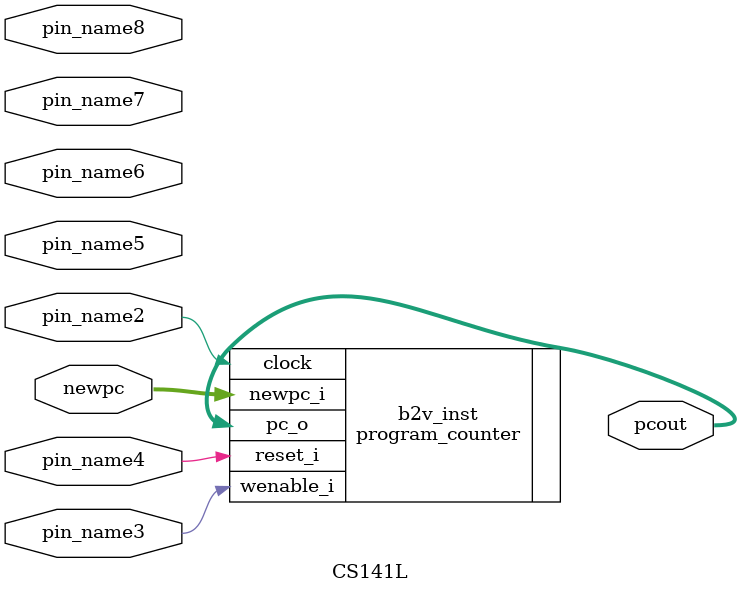
<source format=v>


module CS141L(
	pin_name2,
	pin_name3,
	pin_name4,
	pin_name5,
	pin_name6,
	pin_name7,
	pin_name8,
	newpc,
	pcout
);


input wire	pin_name2;
input wire	pin_name3;
input wire	pin_name4;
input wire	pin_name5;
input wire	pin_name6;
input wire	pin_name7;
input wire	pin_name8;
input wire	[7:0] newpc;
output wire	[7:0] pcout;






program_counter	b2v_inst(
	.clock(pin_name2),
	.wenable_i(pin_name3),
	.reset_i(pin_name4),
	.newpc_i(newpc),
	.pc_o(pcout));




endmodule

</source>
